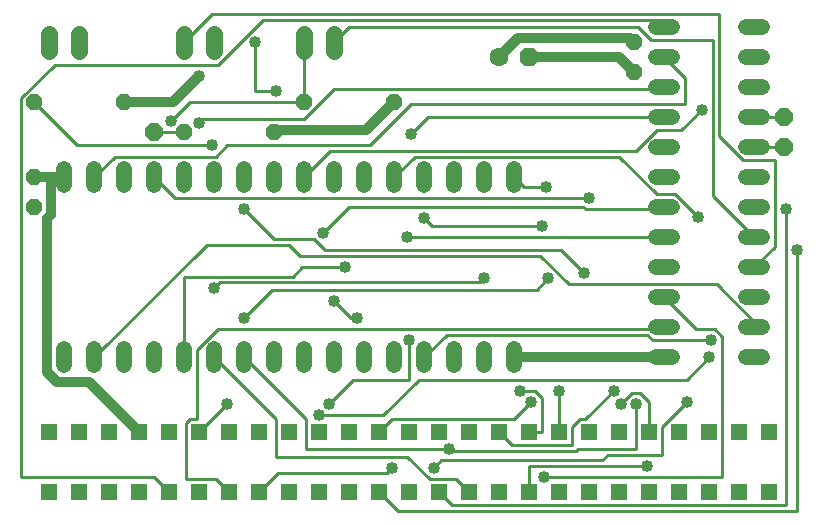
<source format=gtl>
G04 EAGLE Gerber RS-274X export*
G75*
%MOMM*%
%FSLAX34Y34*%
%LPD*%
%INTop Copper*%
%IPPOS*%
%AMOC8*
5,1,8,0,0,1.08239X$1,22.5*%
G01*
%ADD10R,1.408000X1.408000*%
%ADD11C,1.320800*%
%ADD12C,1.422400*%
%ADD13P,1.429621X8X22.500000*%
%ADD14P,1.429621X8X202.500000*%
%ADD15P,1.649562X8X22.500000*%
%ADD16P,1.429621X8X292.500000*%
%ADD17P,1.732040X8X22.500000*%
%ADD18C,1.600200*%
%ADD19C,0.254000*%
%ADD20C,1.016000*%
%ADD21C,0.812800*%


D10*
X38100Y25400D03*
X38100Y76200D03*
X63500Y25400D03*
X63500Y76200D03*
X88900Y25400D03*
X88900Y76200D03*
X114300Y25400D03*
X114300Y76200D03*
X139700Y25400D03*
X139700Y76200D03*
X165100Y25400D03*
X165100Y76200D03*
X190500Y25400D03*
X190500Y76200D03*
X215900Y25400D03*
X215900Y76200D03*
X241300Y25400D03*
X241300Y76200D03*
X266700Y25400D03*
X266700Y76200D03*
X292100Y25400D03*
X292100Y76200D03*
X317500Y25400D03*
X317500Y76200D03*
X342900Y25400D03*
X342900Y76200D03*
X368300Y25400D03*
X368300Y76200D03*
X393700Y25400D03*
X393700Y76200D03*
X419100Y25400D03*
X419100Y76200D03*
X444500Y25400D03*
X444500Y76200D03*
X469900Y25400D03*
X469900Y76200D03*
X495300Y25400D03*
X495300Y76200D03*
X520700Y25400D03*
X520700Y76200D03*
X546100Y25400D03*
X546100Y76200D03*
X571500Y25400D03*
X571500Y76200D03*
X596900Y25400D03*
X596900Y76200D03*
X622300Y25400D03*
X622300Y76200D03*
X647700Y25400D03*
X647700Y76200D03*
D11*
X565404Y419100D02*
X552196Y419100D01*
X552196Y393700D02*
X565404Y393700D01*
X565404Y368300D02*
X552196Y368300D01*
X552196Y342900D02*
X565404Y342900D01*
X565404Y317500D02*
X552196Y317500D01*
X552196Y292100D02*
X565404Y292100D01*
X565404Y266700D02*
X552196Y266700D01*
X552196Y241300D02*
X565404Y241300D01*
X565404Y215900D02*
X552196Y215900D01*
X552196Y190500D02*
X565404Y190500D01*
X565404Y165100D02*
X552196Y165100D01*
X552196Y139700D02*
X565404Y139700D01*
X628396Y139700D02*
X641604Y139700D01*
X641604Y165100D02*
X628396Y165100D01*
X628396Y190500D02*
X641604Y190500D01*
X641604Y215900D02*
X628396Y215900D01*
X628396Y241300D02*
X641604Y241300D01*
X641604Y266700D02*
X628396Y266700D01*
X628396Y292100D02*
X641604Y292100D01*
X641604Y317500D02*
X628396Y317500D01*
X628396Y342900D02*
X641604Y342900D01*
X641604Y368300D02*
X628396Y368300D01*
X628396Y393700D02*
X641604Y393700D01*
X641604Y419100D02*
X628396Y419100D01*
X50800Y146304D02*
X50800Y133096D01*
X76200Y133096D02*
X76200Y146304D01*
X203200Y146304D02*
X203200Y133096D01*
X228600Y133096D02*
X228600Y146304D01*
X101600Y146304D02*
X101600Y133096D01*
X127000Y133096D02*
X127000Y146304D01*
X177800Y146304D02*
X177800Y133096D01*
X152400Y133096D02*
X152400Y146304D01*
X254000Y146304D02*
X254000Y133096D01*
X279400Y133096D02*
X279400Y146304D01*
X304800Y146304D02*
X304800Y133096D01*
X330200Y133096D02*
X330200Y146304D01*
X355600Y146304D02*
X355600Y133096D01*
X381000Y133096D02*
X381000Y146304D01*
X406400Y146304D02*
X406400Y133096D01*
X431800Y133096D02*
X431800Y146304D01*
X431800Y285496D02*
X431800Y298704D01*
X406400Y298704D02*
X406400Y285496D01*
X381000Y285496D02*
X381000Y298704D01*
X355600Y298704D02*
X355600Y285496D01*
X330200Y285496D02*
X330200Y298704D01*
X304800Y298704D02*
X304800Y285496D01*
X279400Y285496D02*
X279400Y298704D01*
X254000Y298704D02*
X254000Y285496D01*
X228600Y285496D02*
X228600Y298704D01*
X203200Y298704D02*
X203200Y285496D01*
X177800Y285496D02*
X177800Y298704D01*
X152400Y298704D02*
X152400Y285496D01*
X127000Y285496D02*
X127000Y298704D01*
X101600Y298704D02*
X101600Y285496D01*
X76200Y285496D02*
X76200Y298704D01*
X50800Y298704D02*
X50800Y285496D01*
D12*
X63500Y399288D02*
X63500Y413512D01*
X38100Y413512D02*
X38100Y399288D01*
D13*
X25400Y355600D03*
X101600Y355600D03*
D12*
X279400Y399288D02*
X279400Y413512D01*
X254000Y413512D02*
X254000Y399288D01*
X152400Y399288D02*
X152400Y413512D01*
X177800Y413512D02*
X177800Y399288D01*
D14*
X330200Y355600D03*
X254000Y355600D03*
X228600Y330200D03*
X152400Y330200D03*
D15*
X660400Y342900D03*
X660400Y317500D03*
X127000Y330200D03*
D16*
X25400Y292100D03*
X25400Y266700D03*
X533400Y406400D03*
X533400Y381000D03*
D17*
X444500Y393700D03*
D18*
X419100Y393700D03*
D19*
X182563Y203200D02*
X177800Y198438D01*
X182563Y203200D02*
X403225Y203200D01*
X406400Y206375D01*
X436563Y111125D02*
X449263Y111125D01*
X455613Y104775D01*
X455613Y76200D01*
X444500Y76200D01*
D20*
X177800Y198438D03*
X406400Y206375D03*
X436563Y111125D03*
D19*
X228600Y239713D02*
X203200Y265113D01*
X228600Y239713D02*
X261938Y239713D01*
X271463Y230188D01*
X471488Y230188D01*
X490538Y211138D01*
X515938Y111125D02*
X492125Y87313D01*
X487363Y87313D01*
X481013Y80963D01*
X481013Y65088D01*
X430213Y65088D01*
X419100Y76200D01*
D20*
X203200Y265113D03*
X490538Y211138D03*
X515938Y111125D03*
D19*
X293688Y173038D02*
X279400Y187325D01*
X293688Y173038D02*
X298450Y173038D01*
D20*
X279400Y187325D03*
X298450Y173038D03*
D19*
X188913Y100013D02*
X165100Y76200D01*
D20*
X188913Y100013D03*
D19*
X212725Y365125D02*
X212725Y406400D01*
X212725Y365125D02*
X230188Y365125D01*
D20*
X212725Y406400D03*
X230188Y365125D03*
D19*
X431800Y292100D02*
X439738Y284163D01*
X458788Y284163D01*
X446088Y101600D02*
X431800Y87313D01*
X328613Y87313D01*
X317500Y76200D01*
D20*
X458788Y284163D03*
X446088Y101600D03*
D19*
X342900Y120650D02*
X342900Y153988D01*
X342900Y120650D02*
X295275Y120650D01*
X274638Y100013D01*
D20*
X342900Y153988D03*
X274638Y100013D03*
D19*
X361950Y250825D02*
X355600Y257175D01*
X361950Y250825D02*
X455613Y250825D01*
X531813Y109538D02*
X522288Y100013D01*
X531813Y109538D02*
X538163Y109538D01*
X546100Y101600D01*
X546100Y76200D01*
D20*
X355600Y257175D03*
X455613Y250825D03*
X522288Y100013D03*
D19*
X330200Y292100D02*
X347663Y309563D01*
X520700Y309563D01*
X552450Y277813D01*
X568325Y277813D01*
X587375Y258763D01*
D20*
X587375Y258763D03*
D19*
X576263Y376238D02*
X558800Y393700D01*
X576263Y376238D02*
X576263Y354013D01*
X344488Y354013D01*
X309563Y319088D01*
X188913Y319088D01*
X179388Y309563D01*
X93663Y309563D01*
X76200Y292100D01*
X557213Y366713D02*
X558800Y368300D01*
X557213Y366713D02*
X279400Y366713D01*
X254000Y341313D01*
X168275Y341313D01*
X165100Y338138D01*
D20*
X165100Y338138D03*
D19*
X152400Y207963D02*
X152400Y139700D01*
X152400Y207963D02*
X244475Y207963D01*
X252413Y215900D01*
X288925Y215900D01*
X344488Y328613D02*
X358775Y342900D01*
X558800Y342900D01*
X469900Y111125D02*
X469900Y76200D01*
D20*
X288925Y215900D03*
X344488Y328613D03*
X469900Y111125D03*
D19*
X230188Y87313D02*
X177800Y139700D01*
X230188Y87313D02*
X230188Y55563D01*
X341313Y55563D01*
X360363Y36513D01*
X382588Y36513D01*
X393700Y25400D01*
X450850Y196850D02*
X460375Y206375D01*
X450850Y196850D02*
X227013Y196850D01*
X203200Y173038D01*
D20*
X460375Y206375D03*
X203200Y173038D03*
D19*
X203200Y139700D02*
X255588Y87313D01*
X255588Y61913D01*
X376238Y61913D01*
X534988Y61913D02*
X534988Y100013D01*
X534988Y61913D02*
X485775Y61913D01*
X484188Y60325D01*
X377825Y60325D01*
X376238Y61913D01*
D20*
X376238Y61913D03*
X534988Y100013D03*
D19*
X292100Y266700D02*
X269875Y244475D01*
X292100Y266700D02*
X490538Y266700D01*
X492125Y265113D01*
X557213Y265113D01*
X558800Y266700D01*
X444500Y47625D02*
X444500Y25400D01*
X444500Y47625D02*
X544513Y47625D01*
D20*
X269875Y244475D03*
X544513Y47625D03*
D19*
X558800Y241300D02*
X341313Y241300D01*
D20*
X341313Y241300D03*
D19*
X557213Y80963D02*
X577850Y101600D01*
X557213Y80963D02*
X557213Y57150D01*
X511175Y57150D01*
X506413Y52388D01*
X369888Y52388D01*
X363538Y46038D01*
D20*
X577850Y101600D03*
X363538Y46038D03*
D19*
X558800Y419100D02*
X552450Y425450D01*
X219075Y425450D01*
X180975Y387350D01*
X42863Y387350D01*
X14288Y358775D01*
X14288Y38100D01*
X127000Y38100D01*
X139700Y25400D01*
X557213Y163513D02*
X558800Y165100D01*
X557213Y163513D02*
X180975Y163513D01*
X163513Y146050D01*
X163513Y87313D01*
X157163Y87313D01*
X153988Y84138D01*
X153988Y36513D01*
X179388Y36513D01*
X190500Y25400D01*
X558800Y190500D02*
X585788Y163513D01*
X601663Y163513D01*
X608013Y157163D01*
X608013Y38100D01*
X457200Y38100D01*
X328613Y46038D02*
X323850Y41275D01*
X231775Y41275D01*
X215900Y25400D01*
D20*
X457200Y38100D03*
X328613Y46038D03*
D19*
X254000Y292100D02*
X276225Y314325D01*
X534988Y314325D01*
X552450Y331788D01*
X573088Y331788D01*
X590550Y349250D01*
D20*
X590550Y349250D03*
D19*
X144463Y274638D02*
X127000Y292100D01*
X144463Y274638D02*
X495300Y274638D01*
D20*
X495300Y274638D03*
D19*
X635000Y342900D02*
X660400Y342900D01*
X660400Y317500D02*
X635000Y317500D01*
X171450Y234950D02*
X76200Y139700D01*
X171450Y234950D02*
X241300Y234950D01*
X250825Y225425D01*
X454025Y225425D01*
X477838Y201613D01*
X603250Y201613D01*
X635000Y169863D01*
X635000Y165100D01*
X374650Y158750D02*
X355600Y139700D01*
X374650Y158750D02*
X544513Y158750D01*
X549275Y153988D01*
X598488Y153988D01*
D20*
X598488Y153988D03*
D19*
X661988Y265113D02*
X661988Y14288D01*
X379413Y14288D01*
X368300Y25400D01*
D20*
X661988Y265113D03*
D19*
X671513Y230188D02*
X671513Y9525D01*
X333375Y9525D01*
X317500Y25400D01*
D20*
X671513Y230188D03*
D19*
X635000Y241300D02*
X600075Y276225D01*
X600075Y407988D01*
X547688Y407988D01*
X536575Y419100D01*
X292100Y419100D01*
X279400Y406400D01*
X577850Y120650D02*
X596900Y139700D01*
X577850Y120650D02*
X350838Y120650D01*
X320675Y90488D01*
X266700Y90488D01*
D20*
X596900Y139700D03*
X266700Y90488D03*
D19*
X635000Y215900D02*
X652463Y233363D01*
X652463Y306388D01*
X625475Y306388D01*
X604838Y327025D01*
X604838Y430213D01*
X176213Y430213D01*
X152400Y406400D01*
X176213Y319088D02*
X61913Y319088D01*
X25400Y355600D01*
D20*
X176213Y319088D03*
D21*
X431800Y139700D02*
X558800Y139700D01*
X533400Y381000D02*
X520700Y393700D01*
X444500Y393700D01*
X230188Y331788D02*
X228600Y330200D01*
X230188Y331788D02*
X306388Y331788D01*
X330200Y355600D01*
X530225Y409575D02*
X533400Y406400D01*
X530225Y409575D02*
X434975Y409575D01*
X419100Y393700D01*
X50800Y292100D02*
X39688Y292100D01*
X25400Y292100D01*
X71438Y119063D02*
X114300Y76200D01*
X71438Y119063D02*
X44450Y119063D01*
X36513Y127000D01*
X36513Y257175D01*
X39688Y260350D01*
X39688Y292100D01*
X142875Y355600D02*
X165100Y377825D01*
X142875Y355600D02*
X101600Y355600D01*
D20*
X165100Y377825D03*
D19*
X157163Y355600D02*
X141288Y339725D01*
X157163Y355600D02*
X254000Y355600D01*
X254000Y406400D01*
D20*
X141288Y339725D03*
D19*
X152400Y330200D02*
X127000Y330200D01*
M02*

</source>
